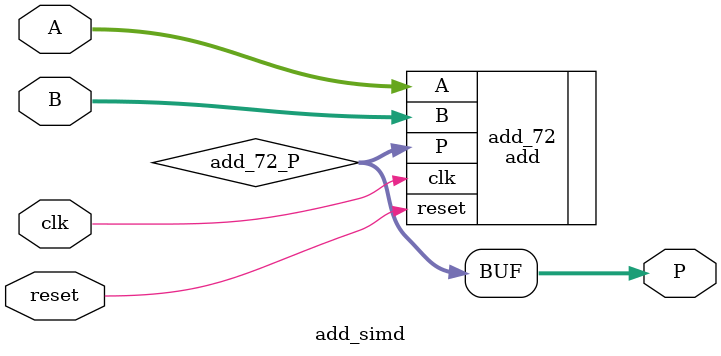
<source format=v>


module add_simd (
  input      [19:0]   A,
  input      [19:0]   B,
  output     [19:0]   P,
  input               clk,
  input               reset
);
  wire       [19:0]   add_72_P;

  add add_72 (
    .A        (A         ), //i
    .B        (B         ), //i
    .P        (add_72_P  ), //o
    .clk      (clk       ), //i
    .reset    (reset     )  //i
  );
  assign P = add_72_P;

endmodule

</source>
